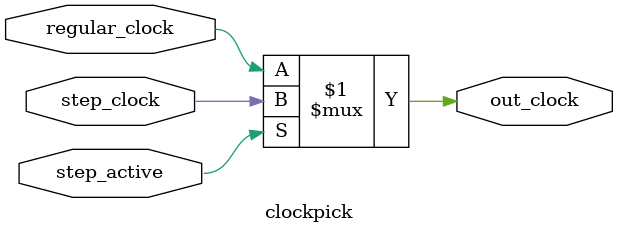
<source format=v>
module clockpick(
    input regular_clock,
    input step_clock,
    input step_active,
    output wire out_clock);

assign out_clock = step_active ? step_clock : regular_clock;

endmodule

</source>
